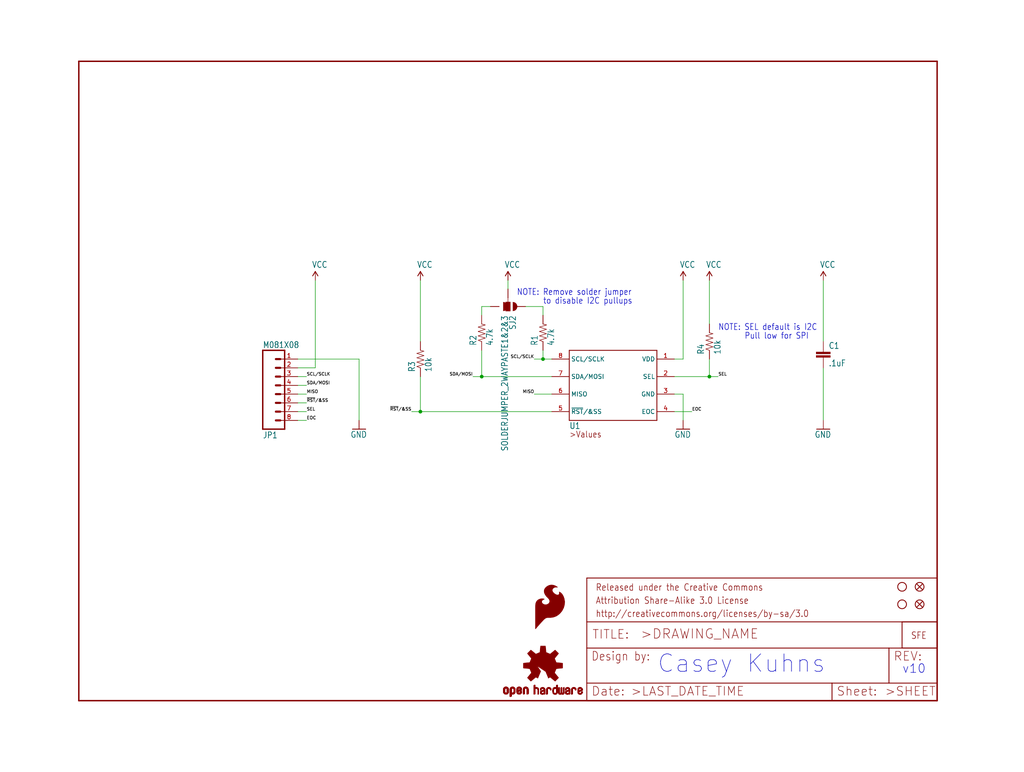
<source format=kicad_sch>
(kicad_sch (version 20211123) (generator eeschema)
  (paper "User" 297.002 223.926)
  (lib_symbols
    (symbol "eagleSchem-eagle-import:0.1UF-25V-5%(0603)"
      (property "Reference" "C" (at 1.524 2.921 0))
      (property "Value" "0.1UF-25V-5%(0603)" (at 1.524 -2.159 0))
      (symbol "0.1UF-25V-5%(0603)_1_0"
        (pin passive line (at 0 5.08 270) (length 2.54) (name "1") (number "1"))
        (pin passive line (at 0 -2.54 90) (length 2.54) (name "2") (number "2"))
      )
    )
    (symbol "eagleSchem-eagle-import:10KOHM1{slash}10W1%(0603)0603"
      (property "Reference" "R" (at -3.81 1.4986 0))
      (property "Value" "10KOHM1{slash}10W1%(0603)0603" (at -3.81 -3.302 0))
      (symbol "10KOHM1{slash}10W1%(0603)0603_1_0"
        (pin passive line (at -5.08 0 0) (length 2.54) (name "1") (number "1"))
        (pin passive line (at 5.08 0 180) (length 2.54) (name "2") (number "2"))
      )
    )
    (symbol "eagleSchem-eagle-import:4.7KOHM1{slash}10W1%(0603)"
      (property "Reference" "R" (at -3.81 1.4986 0))
      (property "Value" "4.7KOHM1{slash}10W1%(0603)" (at -3.81 -3.302 0))
      (symbol "4.7KOHM1{slash}10W1%(0603)_1_0"
        (pin passive line (at -5.08 0 0) (length 2.54) (name "1") (number "1"))
        (pin passive line (at 5.08 0 180) (length 2.54) (name "2") (number "2"))
      )
    )
    (symbol "eagleSchem-eagle-import:FIDUCIAL1X2")
    (symbol "eagleSchem-eagle-import:FRAME-LETTER"
      (symbol "FRAME-LETTER_2_0"
        (text ">DRAWING_NAME" (at 15.494 17.78 0) (effects (font (size 2.7432 2.7432)) (justify left bottom)))
        (text ">LAST_DATE_TIME" (at 12.7 1.27 0) (effects (font (size 2.54 2.54)) (justify left bottom)))
        (text ">SHEET" (at 86.36 1.27 0) (effects (font (size 2.54 2.54)) (justify left bottom)))
        (text "Attribution Share-Alike 3.0 License" (at 2.54 27.94 0) (effects (font (size 1.9304 1.6408)) (justify left bottom)))
        (text "Date:" (at 1.27 1.27 0) (effects (font (size 2.54 2.54)) (justify left bottom)))
        (text "Design by:" (at 1.27 11.43 0) (effects (font (size 2.54 2.159)) (justify left bottom)))
        (text "http://creativecommons.org/licenses/by-sa/3.0" (at 2.54 24.13 0) (effects (font (size 1.9304 1.6408)) (justify left bottom)))
        (text "Released under the Creative Commons" (at 2.54 31.75 0) (effects (font (size 1.9304 1.6408)) (justify left bottom)))
        (text "REV:" (at 88.9 11.43 0) (effects (font (size 2.54 2.54)) (justify left bottom)))
        (text "Sheet:" (at 72.39 1.27 0) (effects (font (size 2.54 2.54)) (justify left bottom)))
        (text "TITLE:" (at 1.524 17.78 0) (effects (font (size 2.54 2.54)) (justify left bottom)))
      )
    )
    (symbol "eagleSchem-eagle-import:GND" (power)
      (property "Value" "GND" (at -2.54 -2.54 0))
      (symbol "GND_1_0"
        (pin power_in line (at 0 2.54 270) (length 2.54) (name "GND") (number "1"))
      )
    )
    (symbol "eagleSchem-eagle-import:LOGO-SFENEW"
      (symbol "LOGO-SFENEW_1_0"
        (text "SFE" (at 0 0 0) (effects (font (size 1.9304 1.6408)) (justify left bottom)))
      )
    )
    (symbol "eagleSchem-eagle-import:M081X08"
      (property "Reference" "JP" (at -5.08 13.462 0))
      (property "Value" "M081X08" (at -5.08 -12.7 0))
      (symbol "M081X08_1_0"
        (pin passive line (at 5.08 -7.62 180) (length 5.08) (name "1") (number "1"))
        (pin passive line (at 5.08 -5.08 180) (length 5.08) (name "2") (number "2"))
        (pin passive line (at 5.08 -2.54 180) (length 5.08) (name "3") (number "3"))
        (pin passive line (at 5.08 0 180) (length 5.08) (name "4") (number "4"))
        (pin passive line (at 5.08 2.54 180) (length 5.08) (name "5") (number "5"))
        (pin passive line (at 5.08 5.08 180) (length 5.08) (name "6") (number "6"))
        (pin passive line (at 5.08 7.62 180) (length 5.08) (name "7") (number "7"))
        (pin passive line (at 5.08 10.16 180) (length 5.08) (name "8") (number "8"))
      )
    )
    (symbol "eagleSchem-eagle-import:OSHW-LOGOS")
    (symbol "eagleSchem-eagle-import:SFE_LOGO_FLAME.1_INCH")
    (symbol "eagleSchem-eagle-import:SOLDERJUMPER_2WAYPASTE1&2&3"
      (property "Reference" "SJ" (at 2.54 0.381 0))
      (property "Value" "SOLDERJUMPER_2WAYPASTE1&2&3" (at 2.54 -1.905 0))
      (symbol "SOLDERJUMPER_2WAYPASTE1&2&3_1_0"
        (pin passive line (at 0 5.08 270) (length 2.54) (name "1") (number "1"))
        (pin passive line (at -5.08 0 0) (length 2.54) (name "2") (number "2"))
        (pin passive line (at 0 -5.08 90) (length 2.54) (name "3") (number "3"))
      )
    )
    (symbol "eagleSchem-eagle-import:STAND-OFF")
    (symbol "eagleSchem-eagle-import:T5400"
      (property "Reference" "U" (at -12.7 -12.7 0))
      (symbol "T5400_1_0"
        (text ">Values" (at -12.7 -15.24 0) (effects (font (size 1.778 1.5113)) (justify left bottom)))
        (pin bidirectional line (at 17.78 7.62 180) (length 5.08) (name "VDD") (number "1"))
        (pin bidirectional line (at 17.78 2.54 180) (length 5.08) (name "SEL") (number "2"))
        (pin bidirectional line (at 17.78 -2.54 180) (length 5.08) (name "GND") (number "3"))
        (pin bidirectional line (at 17.78 -7.62 180) (length 5.08) (name "EOC") (number "4"))
        (pin bidirectional line (at -17.78 -7.62 0) (length 5.08) (name "~{RST}/&SS") (number "5"))
        (pin bidirectional line (at -17.78 -2.54 0) (length 5.08) (name "MISO") (number "6"))
        (pin bidirectional line (at -17.78 2.54 0) (length 5.08) (name "SDA/MOSI") (number "7"))
        (pin bidirectional line (at -17.78 7.62 0) (length 5.08) (name "SCL/SCLK") (number "8"))
      )
    )
    (symbol "eagleSchem-eagle-import:VCC" (power)
      (property "Value" "VCC" (at -1.016 3.556 0))
      (symbol "VCC_1_0"
        (pin power_in line (at 0 0 90) (length 2.54) (name "VCC") (number "1"))
      )
    )
  )
  (junction (at 205.74 109.22))
  (junction (at 121.92 119.38))
  (junction (at 157.48 104.14))
  (junction (at 139.7 109.22))
  (wire (pts (xy 205.74 81.28) (xy 205.74 93.98)))
  (wire (pts (xy 86.36 121.92) (xy 88.9 121.92)))
  (wire (pts (xy 86.36 109.22) (xy 88.9 109.22)))
  (wire (pts (xy 198.12 104.14) (xy 198.12 81.28)))
  (wire (pts (xy 91.44 81.28) (xy 91.44 106.68)))
  (wire (pts (xy 121.92 119.38) (xy 121.92 109.22)))
  (wire (pts (xy 195.58 109.22) (xy 205.74 109.22)))
  (wire (pts (xy 147.32 81.28) (xy 147.32 83.82)))
  (wire (pts (xy 160.02 114.3) (xy 154.94 114.3)))
  (wire (pts (xy 137.16 109.22) (xy 139.7 109.22)))
  (wire (pts (xy 157.48 104.14) (xy 160.02 104.14)))
  (wire (pts (xy 121.92 119.38) (xy 160.02 119.38)))
  (wire (pts (xy 139.7 91.44) (xy 139.7 88.9)))
  (wire (pts (xy 238.76 81.28) (xy 238.76 99.06)))
  (wire (pts (xy 119.38 119.38) (xy 121.92 119.38)))
  (wire (pts (xy 121.92 81.28) (xy 121.92 99.06)))
  (wire (pts (xy 152.4 88.9) (xy 157.48 88.9)))
  (wire (pts (xy 195.58 119.38) (xy 200.66 119.38)))
  (wire (pts (xy 91.44 106.68) (xy 86.36 106.68)))
  (wire (pts (xy 205.74 104.14) (xy 205.74 109.22)))
  (wire (pts (xy 86.36 114.3) (xy 88.9 114.3)))
  (wire (pts (xy 157.48 88.9) (xy 157.48 91.44)))
  (wire (pts (xy 104.14 104.14) (xy 104.14 121.92)))
  (wire (pts (xy 160.02 109.22) (xy 139.7 109.22)))
  (wire (pts (xy 86.36 104.14) (xy 104.14 104.14)))
  (wire (pts (xy 205.74 109.22) (xy 208.28 109.22)))
  (wire (pts (xy 139.7 88.9) (xy 142.24 88.9)))
  (wire (pts (xy 195.58 104.14) (xy 198.12 104.14)))
  (wire (pts (xy 157.48 101.6) (xy 157.48 104.14)))
  (wire (pts (xy 238.76 121.92) (xy 238.76 106.68)))
  (wire (pts (xy 198.12 121.92) (xy 198.12 114.3)))
  (wire (pts (xy 86.36 119.38) (xy 88.9 119.38)))
  (wire (pts (xy 154.94 104.14) (xy 157.48 104.14)))
  (wire (pts (xy 86.36 116.84) (xy 88.9 116.84)))
  (wire (pts (xy 139.7 109.22) (xy 139.7 101.6)))
  (wire (pts (xy 86.36 111.76) (xy 88.9 111.76)))
  (wire (pts (xy 198.12 114.3) (xy 195.58 114.3)))
  (text "NOTE: Remove solder jumper" (at 149.86 83.82 180) (effects (font (size 1.778 1.5113)) (justify left top)))
  (text "to disable I2C pullups" (at 157.48 86.36 180) (effects (font (size 1.778 1.5113)) (justify left top)))
  (text "Pull low for SPI" (at 215.9 96.52 180) (effects (font (size 1.778 1.5113)) (justify left top)))
  (text "NOTE: SEL default is I2C" (at 208.28 93.98 180) (effects (font (size 1.778 1.5113)) (justify left top)))
  (text "v10" (at 261.62 195.58 180) (effects (font (size 2.54 2.54)) (justify left bottom)))
  (text "Casey Kuhns" (at 190.5 195.58 180) (effects (font (size 5.08 5.08)) (justify left bottom)))
  (label "EOC" (at 200.66 119.38 0) (effects (font (size 0.889 0.889))))
  (label "MISO" (at 88.9 114.3 0) (effects (font (size 0.889 0.889))))
  (label "~{RST}/&SS" (at 119.38 119.38 180) (effects (font (size 0.889 0.889))))
  (label "SDA/MOSI" (at 137.16 109.22 180) (effects (font (size 0.889 0.889))))
  (label "MISO" (at 154.94 114.3 180) (effects (font (size 0.889 0.889))))
  (label "EOC" (at 88.9 121.92 0) (effects (font (size 0.889 0.889))))
  (label "SEL" (at 208.28 109.22 0) (effects (font (size 0.889 0.889))))
  (label "~{RST}/&SS" (at 88.9 116.84 0) (effects (font (size 0.889 0.889))))
  (label "SEL" (at 88.9 119.38 0) (effects (font (size 0.889 0.889))))
  (label "SCL/SCLK" (at 154.94 104.14 180) (effects (font (size 0.889 0.889))))
  (label "SCL/SCLK" (at 88.9 109.22 0) (effects (font (size 0.889 0.889))))
  (label "SDA/MOSI" (at 88.9 111.76 0) (effects (font (size 0.889 0.889))))
  (symbol (lib_id "eagleSchem-eagle-import:T5400") (at 177.8 111.76 0) (unit 1)
    (property "Reference" "U1" (at 165.1 124.46 0) (effects (font (size 1.778 1.5113)) (justify left bottom)))
    (property "Value" "T5400" (effects hide))
    (property "Footprint" "eagleSchem:T5400" (effects hide))
  )
  (symbol (lib_id "eagleSchem-eagle-import:M081X08") (at 81.28 111.76 0) (mirror x) (unit 1)
    (property "Reference" "JP1" (at 76.2 125.222 0) (effects (font (size 1.778 1.5113)) (justify left bottom)))
    (property "Value" "M081X08" (at 76.2 99.06 0) (effects (font (size 1.778 1.5113)) (justify left bottom)))
    (property "Footprint" "eagleSchem:1X08" (effects hide))
  )
  (symbol (lib_id "eagleSchem-eagle-import:FRAME-LETTER") (at 170.18 203.2 0) (unit 2)
    (property "Reference" "FRAME1" (effects hide))
    (property "Value" "FRAME-LETTER" (effects hide))
    (property "Footprint" "eagleSchem:CREATIVE_COMMONS" (effects hide))
  )
  (symbol (lib_id "eagleSchem-eagle-import:VCC") (at 121.92 81.28 0) (unit 1)
    (property "Reference" "#SUPPLY6" (effects hide))
    (property "Value" "VCC" (at 120.904 77.724 0) (effects (font (size 1.778 1.5113)) (justify left bottom)))
    (property "Footprint" "eagleSchem:" (effects hide))
  )
  (symbol (lib_id "eagleSchem-eagle-import:OSHW-LOGOS") (at 157.48 193.04 0) (unit 1)
    (property "Reference" "LOGO2" (effects hide))
    (property "Value" "OSHW-LOGOS" (effects hide))
    (property "Footprint" "eagleSchem:OSHW-LOGO-S" (effects hide))
  )
  (symbol (lib_id "eagleSchem-eagle-import:GND") (at 198.12 124.46 0) (unit 1)
    (property "Reference" "#GND1" (effects hide))
    (property "Value" "GND" (at 195.58 127 0) (effects (font (size 1.778 1.5113)) (justify left bottom)))
    (property "Footprint" "eagleSchem:" (effects hide))
  )
  (symbol (lib_id "eagleSchem-eagle-import:LOGO-SFENEW") (at 264.16 185.42 0) (unit 1)
    (property "Reference" "LOGO1" (effects hide))
    (property "Value" "LOGO-SFENEW" (effects hide))
    (property "Footprint" "eagleSchem:SFE-NEW-WEBLOGO" (effects hide))
  )
  (symbol (lib_id "eagleSchem-eagle-import:SOLDERJUMPER_2WAYPASTE1&2&3") (at 147.32 88.9 270) (unit 1)
    (property "Reference" "SJ2" (at 147.701 91.44 0) (effects (font (size 1.778 1.5113)) (justify left bottom)))
    (property "Value" "SOLDERJUMPER_2WAYPASTE1&2&3" (at 145.415 91.44 0) (effects (font (size 1.778 1.5113)) (justify left bottom)))
    (property "Footprint" "eagleSchem:SJ_3_PASTE1&2&3" (effects hide))
  )
  (symbol (lib_id "eagleSchem-eagle-import:FRAME-LETTER") (at 22.86 203.2 0) (unit 1)
    (property "Reference" "FRAME1" (effects hide))
    (property "Value" "FRAME-LETTER" (effects hide))
    (property "Footprint" "eagleSchem:CREATIVE_COMMONS" (effects hide))
  )
  (symbol (lib_id "eagleSchem-eagle-import:SFE_LOGO_FLAME.1_INCH") (at 154.94 182.88 0) (unit 1)
    (property "Reference" "LOGO3" (effects hide))
    (property "Value" "SFE_LOGO_FLAME.1_INCH" (effects hide))
    (property "Footprint" "eagleSchem:SFE_LOGO_FLAME_.1" (effects hide))
  )
  (symbol (lib_id "eagleSchem-eagle-import:VCC") (at 238.76 81.28 0) (unit 1)
    (property "Reference" "#SUPPLY5" (effects hide))
    (property "Value" "VCC" (at 237.744 77.724 0) (effects (font (size 1.778 1.5113)) (justify left bottom)))
    (property "Footprint" "eagleSchem:" (effects hide))
  )
  (symbol (lib_id "eagleSchem-eagle-import:GND") (at 104.14 124.46 0) (unit 1)
    (property "Reference" "#GND2" (effects hide))
    (property "Value" "GND" (at 101.6 127 0) (effects (font (size 1.778 1.5113)) (justify left bottom)))
    (property "Footprint" "eagleSchem:" (effects hide))
  )
  (symbol (lib_id "eagleSchem-eagle-import:4.7KOHM1{slash}10W1%(0603)") (at 139.7 96.52 90) (unit 1)
    (property "Reference" "R2" (at 138.2014 100.33 0) (effects (font (size 1.778 1.5113)) (justify left bottom)))
    (property "Value" "4.7k" (at 143.002 100.33 0) (effects (font (size 1.778 1.5113)) (justify left bottom)))
    (property "Footprint" "eagleSchem:0603" (effects hide))
  )
  (symbol (lib_id "eagleSchem-eagle-import:10KOHM1{slash}10W1%(0603)0603") (at 205.74 99.06 90) (unit 1)
    (property "Reference" "R4" (at 204.2414 102.87 0) (effects (font (size 1.778 1.5113)) (justify left bottom)))
    (property "Value" "10k" (at 209.042 102.87 0) (effects (font (size 1.778 1.5113)) (justify left bottom)))
    (property "Footprint" "eagleSchem:0603-RES" (effects hide))
  )
  (symbol (lib_id "eagleSchem-eagle-import:STAND-OFF") (at 261.62 175.26 0) (unit 1)
    (property "Reference" "STANDOFF1" (effects hide))
    (property "Value" "STAND-OFF" (effects hide))
    (property "Footprint" "eagleSchem:STAND-OFF" (effects hide))
  )
  (symbol (lib_id "eagleSchem-eagle-import:10KOHM1{slash}10W1%(0603)0603") (at 121.92 104.14 90) (unit 1)
    (property "Reference" "R3" (at 120.4214 107.95 0) (effects (font (size 1.778 1.5113)) (justify left bottom)))
    (property "Value" "10k" (at 125.222 107.95 0) (effects (font (size 1.778 1.5113)) (justify left bottom)))
    (property "Footprint" "eagleSchem:0603-RES" (effects hide))
  )
  (symbol (lib_id "eagleSchem-eagle-import:VCC") (at 198.12 81.28 0) (unit 1)
    (property "Reference" "#SUPPLY1" (effects hide))
    (property "Value" "VCC" (at 197.104 77.724 0) (effects (font (size 1.778 1.5113)) (justify left bottom)))
    (property "Footprint" "eagleSchem:" (effects hide))
  )
  (symbol (lib_id "eagleSchem-eagle-import:VCC") (at 205.74 81.28 0) (unit 1)
    (property "Reference" "#SUPPLY3" (effects hide))
    (property "Value" "VCC" (at 204.724 77.724 0) (effects (font (size 1.778 1.5113)) (justify left bottom)))
    (property "Footprint" "eagleSchem:" (effects hide))
  )
  (symbol (lib_id "eagleSchem-eagle-import:GND") (at 238.76 124.46 0) (unit 1)
    (property "Reference" "#GND3" (effects hide))
    (property "Value" "GND" (at 236.22 127 0) (effects (font (size 1.778 1.5113)) (justify left bottom)))
    (property "Footprint" "eagleSchem:" (effects hide))
  )
  (symbol (lib_id "eagleSchem-eagle-import:4.7KOHM1{slash}10W1%(0603)") (at 157.48 96.52 90) (unit 1)
    (property "Reference" "R1" (at 155.9814 100.33 0) (effects (font (size 1.778 1.5113)) (justify left bottom)))
    (property "Value" "4.7k" (at 160.782 100.33 0) (effects (font (size 1.778 1.5113)) (justify left bottom)))
    (property "Footprint" "eagleSchem:0603" (effects hide))
  )
  (symbol (lib_id "eagleSchem-eagle-import:FIDUCIAL1X2") (at 266.7 175.26 0) (unit 1)
    (property "Reference" "FID1" (effects hide))
    (property "Value" "FIDUCIAL1X2" (effects hide))
    (property "Footprint" "eagleSchem:FIDUCIAL-1X2" (effects hide))
  )
  (symbol (lib_id "eagleSchem-eagle-import:FIDUCIAL1X2") (at 266.7 170.18 0) (unit 1)
    (property "Reference" "FID2" (effects hide))
    (property "Value" "FIDUCIAL1X2" (effects hide))
    (property "Footprint" "eagleSchem:FIDUCIAL-1X2" (effects hide))
  )
  (symbol (lib_id "eagleSchem-eagle-import:VCC") (at 91.44 81.28 0) (unit 1)
    (property "Reference" "#SUPPLY4" (effects hide))
    (property "Value" "VCC" (at 90.424 77.724 0) (effects (font (size 1.778 1.5113)) (justify left bottom)))
    (property "Footprint" "eagleSchem:" (effects hide))
  )
  (symbol (lib_id "eagleSchem-eagle-import:VCC") (at 147.32 81.28 0) (unit 1)
    (property "Reference" "#SUPPLY2" (effects hide))
    (property "Value" "VCC" (at 146.304 77.724 0) (effects (font (size 1.778 1.5113)) (justify left bottom)))
    (property "Footprint" "eagleSchem:" (effects hide))
  )
  (symbol (lib_id "eagleSchem-eagle-import:0.1UF-25V-5%(0603)") (at 238.76 104.14 0) (unit 1)
    (property "Reference" "C1" (at 240.284 101.219 0) (effects (font (size 1.778 1.5113)) (justify left bottom)))
    (property "Value" ".1uF" (at 240.284 106.299 0) (effects (font (size 1.778 1.5113)) (justify left bottom)))
    (property "Footprint" "eagleSchem:0603-CAP" (effects hide))
  )
  (symbol (lib_id "eagleSchem-eagle-import:STAND-OFF") (at 261.62 170.18 0) (unit 1)
    (property "Reference" "STANDOFF2" (effects hide))
    (property "Value" "STAND-OFF" (effects hide))
    (property "Footprint" "eagleSchem:STAND-OFF" (effects hide))
  )
)
</source>
